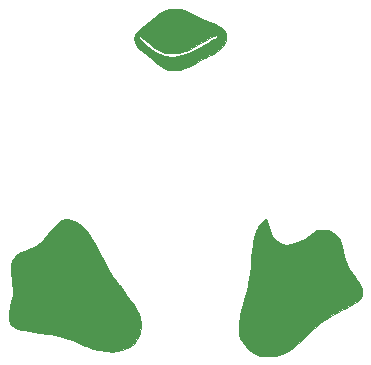
<source format=gbr>
G04 #@! TF.GenerationSoftware,KiCad,Pcbnew,(5.1.5)-3*
G04 #@! TF.CreationDate,2020-04-16T17:00:03+04:00*
G04 #@! TF.ProjectId,drawing,64726177-696e-4672-9e6b-696361645f70,rev?*
G04 #@! TF.SameCoordinates,Original*
G04 #@! TF.FileFunction,Soldermask,Top*
G04 #@! TF.FilePolarity,Negative*
%FSLAX46Y46*%
G04 Gerber Fmt 4.6, Leading zero omitted, Abs format (unit mm)*
G04 Created by KiCad (PCBNEW (5.1.5)-3) date 2020-04-16 17:00:03*
%MOMM*%
%LPD*%
G04 APERTURE LIST*
%ADD10C,0.010000*%
G04 APERTURE END LIST*
D10*
G36*
X115789032Y-93281852D02*
G01*
X115815435Y-93403328D01*
X115817425Y-93462038D01*
X115844436Y-93674051D01*
X115917033Y-93928088D01*
X116025244Y-94202282D01*
X116159098Y-94474767D01*
X116308625Y-94723676D01*
X116463853Y-94927143D01*
X116505942Y-94971948D01*
X116778419Y-95191805D01*
X117081796Y-95333573D01*
X117416516Y-95397286D01*
X117783025Y-95382976D01*
X118181766Y-95290676D01*
X118599014Y-95127008D01*
X118998417Y-94920527D01*
X119351099Y-94687285D01*
X119693440Y-94403618D01*
X119968428Y-94154414D01*
X120346500Y-94154414D01*
X120683270Y-94165170D01*
X120956102Y-94201393D01*
X121183442Y-94269015D01*
X121383734Y-94373966D01*
X121575423Y-94522179D01*
X121621875Y-94564544D01*
X121738643Y-94690989D01*
X121842666Y-94844428D01*
X121938923Y-95036231D01*
X122032397Y-95277770D01*
X122128070Y-95580414D01*
X122230413Y-95953580D01*
X122327380Y-96320132D01*
X122411962Y-96619747D01*
X122491323Y-96867867D01*
X122572626Y-97079935D01*
X122663034Y-97271392D01*
X122769712Y-97457681D01*
X122899822Y-97654243D01*
X123060528Y-97876521D01*
X123222136Y-98091414D01*
X123363746Y-98288579D01*
X123503374Y-98500902D01*
X123621886Y-98698418D01*
X123681674Y-98811080D01*
X123763333Y-98990098D01*
X123810609Y-99132422D01*
X123832574Y-99274023D01*
X123838206Y-99431795D01*
X123835242Y-99600964D01*
X123817972Y-99718042D01*
X123777979Y-99815401D01*
X123711611Y-99918629D01*
X123612359Y-100037461D01*
X123474091Y-100162548D01*
X123289403Y-100298838D01*
X123050893Y-100451279D01*
X122751156Y-100624822D01*
X122382791Y-100824415D01*
X122260768Y-100888557D01*
X121753970Y-101156419D01*
X121320235Y-101392183D01*
X120955317Y-101598267D01*
X120654966Y-101777089D01*
X120414935Y-101931066D01*
X120347740Y-101977187D01*
X120245422Y-102057521D01*
X120094045Y-102188060D01*
X119904290Y-102359014D01*
X119686842Y-102560594D01*
X119452382Y-102783011D01*
X119211594Y-103016475D01*
X119183574Y-103043990D01*
X118864237Y-103355252D01*
X118592958Y-103612613D01*
X118359924Y-103823975D01*
X118155321Y-103997238D01*
X117969336Y-104140304D01*
X117792158Y-104261073D01*
X117613971Y-104367447D01*
X117424965Y-104467328D01*
X117400915Y-104479339D01*
X117095043Y-104621820D01*
X116825125Y-104722556D01*
X116561931Y-104788722D01*
X116276232Y-104827492D01*
X115938800Y-104846037D01*
X115902740Y-104847014D01*
X115675281Y-104849399D01*
X115463847Y-104845572D01*
X115290324Y-104836326D01*
X115176597Y-104822457D01*
X115167172Y-104820312D01*
X114821159Y-104693354D01*
X114484207Y-104493844D01*
X114170242Y-104233754D01*
X113893191Y-103925060D01*
X113666979Y-103579734D01*
X113620812Y-103490731D01*
X113520774Y-103263143D01*
X113455861Y-103046873D01*
X113419865Y-102812320D01*
X113406582Y-102529882D01*
X113406108Y-102466537D01*
X113412973Y-102230330D01*
X113436029Y-101973924D01*
X113477133Y-101687482D01*
X113538138Y-101361170D01*
X113620901Y-100985153D01*
X113727277Y-100549594D01*
X113859121Y-100044658D01*
X113872047Y-99996414D01*
X113986155Y-99568968D01*
X114080104Y-99209164D01*
X114156513Y-98903097D01*
X114217997Y-98636862D01*
X114267174Y-98396554D01*
X114306661Y-98168269D01*
X114339075Y-97938102D01*
X114367033Y-97692149D01*
X114393153Y-97416505D01*
X114420051Y-97097265D01*
X114421829Y-97075414D01*
X114473135Y-96486603D01*
X114525681Y-95974656D01*
X114580913Y-95531771D01*
X114640277Y-95150143D01*
X114705218Y-94821970D01*
X114777183Y-94539451D01*
X114857617Y-94294781D01*
X114947966Y-94080158D01*
X114993915Y-93988113D01*
X115126845Y-93771972D01*
X115288029Y-93565786D01*
X115458105Y-93391511D01*
X115617710Y-93271098D01*
X115634614Y-93261646D01*
X115729718Y-93235677D01*
X115789032Y-93281852D01*
G37*
X115789032Y-93281852D02*
X115815435Y-93403328D01*
X115817425Y-93462038D01*
X115844436Y-93674051D01*
X115917033Y-93928088D01*
X116025244Y-94202282D01*
X116159098Y-94474767D01*
X116308625Y-94723676D01*
X116463853Y-94927143D01*
X116505942Y-94971948D01*
X116778419Y-95191805D01*
X117081796Y-95333573D01*
X117416516Y-95397286D01*
X117783025Y-95382976D01*
X118181766Y-95290676D01*
X118599014Y-95127008D01*
X118998417Y-94920527D01*
X119351099Y-94687285D01*
X119693440Y-94403618D01*
X119968428Y-94154414D01*
X120346500Y-94154414D01*
X120683270Y-94165170D01*
X120956102Y-94201393D01*
X121183442Y-94269015D01*
X121383734Y-94373966D01*
X121575423Y-94522179D01*
X121621875Y-94564544D01*
X121738643Y-94690989D01*
X121842666Y-94844428D01*
X121938923Y-95036231D01*
X122032397Y-95277770D01*
X122128070Y-95580414D01*
X122230413Y-95953580D01*
X122327380Y-96320132D01*
X122411962Y-96619747D01*
X122491323Y-96867867D01*
X122572626Y-97079935D01*
X122663034Y-97271392D01*
X122769712Y-97457681D01*
X122899822Y-97654243D01*
X123060528Y-97876521D01*
X123222136Y-98091414D01*
X123363746Y-98288579D01*
X123503374Y-98500902D01*
X123621886Y-98698418D01*
X123681674Y-98811080D01*
X123763333Y-98990098D01*
X123810609Y-99132422D01*
X123832574Y-99274023D01*
X123838206Y-99431795D01*
X123835242Y-99600964D01*
X123817972Y-99718042D01*
X123777979Y-99815401D01*
X123711611Y-99918629D01*
X123612359Y-100037461D01*
X123474091Y-100162548D01*
X123289403Y-100298838D01*
X123050893Y-100451279D01*
X122751156Y-100624822D01*
X122382791Y-100824415D01*
X122260768Y-100888557D01*
X121753970Y-101156419D01*
X121320235Y-101392183D01*
X120955317Y-101598267D01*
X120654966Y-101777089D01*
X120414935Y-101931066D01*
X120347740Y-101977187D01*
X120245422Y-102057521D01*
X120094045Y-102188060D01*
X119904290Y-102359014D01*
X119686842Y-102560594D01*
X119452382Y-102783011D01*
X119211594Y-103016475D01*
X119183574Y-103043990D01*
X118864237Y-103355252D01*
X118592958Y-103612613D01*
X118359924Y-103823975D01*
X118155321Y-103997238D01*
X117969336Y-104140304D01*
X117792158Y-104261073D01*
X117613971Y-104367447D01*
X117424965Y-104467328D01*
X117400915Y-104479339D01*
X117095043Y-104621820D01*
X116825125Y-104722556D01*
X116561931Y-104788722D01*
X116276232Y-104827492D01*
X115938800Y-104846037D01*
X115902740Y-104847014D01*
X115675281Y-104849399D01*
X115463847Y-104845572D01*
X115290324Y-104836326D01*
X115176597Y-104822457D01*
X115167172Y-104820312D01*
X114821159Y-104693354D01*
X114484207Y-104493844D01*
X114170242Y-104233754D01*
X113893191Y-103925060D01*
X113666979Y-103579734D01*
X113620812Y-103490731D01*
X113520774Y-103263143D01*
X113455861Y-103046873D01*
X113419865Y-102812320D01*
X113406582Y-102529882D01*
X113406108Y-102466537D01*
X113412973Y-102230330D01*
X113436029Y-101973924D01*
X113477133Y-101687482D01*
X113538138Y-101361170D01*
X113620901Y-100985153D01*
X113727277Y-100549594D01*
X113859121Y-100044658D01*
X113872047Y-99996414D01*
X113986155Y-99568968D01*
X114080104Y-99209164D01*
X114156513Y-98903097D01*
X114217997Y-98636862D01*
X114267174Y-98396554D01*
X114306661Y-98168269D01*
X114339075Y-97938102D01*
X114367033Y-97692149D01*
X114393153Y-97416505D01*
X114420051Y-97097265D01*
X114421829Y-97075414D01*
X114473135Y-96486603D01*
X114525681Y-95974656D01*
X114580913Y-95531771D01*
X114640277Y-95150143D01*
X114705218Y-94821970D01*
X114777183Y-94539451D01*
X114857617Y-94294781D01*
X114947966Y-94080158D01*
X114993915Y-93988113D01*
X115126845Y-93771972D01*
X115288029Y-93565786D01*
X115458105Y-93391511D01*
X115617710Y-93271098D01*
X115634614Y-93261646D01*
X115729718Y-93235677D01*
X115789032Y-93281852D01*
G36*
X98906885Y-93248092D02*
G01*
X99114019Y-93278708D01*
X99139946Y-93283989D01*
X99480466Y-93391493D01*
X99807144Y-93570923D01*
X100125348Y-93826104D01*
X100440446Y-94160864D01*
X100537115Y-94279845D01*
X100689387Y-94481077D01*
X100838735Y-94696159D01*
X100991103Y-94935250D01*
X101152437Y-95208510D01*
X101328681Y-95526097D01*
X101525781Y-95898171D01*
X101749682Y-96334889D01*
X101812365Y-96458979D01*
X101997122Y-96823630D01*
X102154448Y-97127367D01*
X102293856Y-97385458D01*
X102424860Y-97613170D01*
X102556973Y-97825770D01*
X102699708Y-98038524D01*
X102862579Y-98266702D01*
X103055098Y-98525569D01*
X103286780Y-98830394D01*
X103304379Y-98853414D01*
X103651373Y-99310691D01*
X103948370Y-99710451D01*
X104199918Y-100059931D01*
X104410563Y-100366369D01*
X104584852Y-100637004D01*
X104727334Y-100879073D01*
X104842555Y-101099816D01*
X104935062Y-101306469D01*
X105009404Y-101506271D01*
X105048114Y-101629026D01*
X105116221Y-101998436D01*
X105114626Y-102387796D01*
X105047883Y-102778908D01*
X104920546Y-103153576D01*
X104737170Y-103493604D01*
X104511913Y-103771272D01*
X104244277Y-103985781D01*
X103912736Y-104165075D01*
X103532149Y-104304996D01*
X103117375Y-104401387D01*
X102683274Y-104450090D01*
X102244705Y-104446946D01*
X102132191Y-104437166D01*
X101604844Y-104353668D01*
X101048686Y-104213242D01*
X100489927Y-104023319D01*
X100107853Y-103863341D01*
X99686905Y-103673724D01*
X99324262Y-103515830D01*
X99004474Y-103385257D01*
X98712092Y-103277604D01*
X98431666Y-103188470D01*
X98147746Y-103113453D01*
X97844881Y-103048152D01*
X97507622Y-102988165D01*
X97120520Y-102929092D01*
X96668123Y-102866530D01*
X96556407Y-102851610D01*
X96050562Y-102781894D01*
X95621596Y-102716474D01*
X95262000Y-102652782D01*
X94964263Y-102588248D01*
X94720877Y-102520304D01*
X94524333Y-102446381D01*
X94367121Y-102363910D01*
X94241732Y-102270323D01*
X94140656Y-102163049D01*
X94056385Y-102039522D01*
X94026288Y-101986080D01*
X93982053Y-101897759D01*
X93953927Y-101816585D01*
X93939457Y-101721848D01*
X93936190Y-101592841D01*
X93941674Y-101408857D01*
X93946063Y-101308747D01*
X93963873Y-101044734D01*
X93994933Y-100810764D01*
X94045485Y-100570340D01*
X94119323Y-100295473D01*
X94198282Y-99986168D01*
X94248531Y-99696434D01*
X94271037Y-99404732D01*
X94266768Y-99089522D01*
X94236692Y-98729266D01*
X94202251Y-98449488D01*
X94172533Y-98184945D01*
X94148282Y-97887040D01*
X94132821Y-97600927D01*
X94129172Y-97456414D01*
X94128466Y-97241040D01*
X94133765Y-97088354D01*
X94148495Y-96976416D01*
X94176078Y-96883287D01*
X94219938Y-96787028D01*
X94239583Y-96748893D01*
X94342790Y-96566589D01*
X94450421Y-96416090D01*
X94575141Y-96288034D01*
X94729613Y-96173058D01*
X94926499Y-96061800D01*
X95178464Y-95944897D01*
X95498170Y-95812985D01*
X95513907Y-95806723D01*
X95823079Y-95682448D01*
X96070865Y-95576318D01*
X96271901Y-95477314D01*
X96440823Y-95374418D01*
X96592266Y-95256613D01*
X96740868Y-95112880D01*
X96901264Y-94932202D01*
X97088090Y-94703559D01*
X97249409Y-94500241D01*
X97532262Y-94149518D01*
X97777290Y-93864708D01*
X97992594Y-93640598D01*
X98186279Y-93471976D01*
X98366447Y-93353627D01*
X98541202Y-93280338D01*
X98718647Y-93246898D01*
X98906885Y-93248092D01*
G37*
X98906885Y-93248092D02*
X99114019Y-93278708D01*
X99139946Y-93283989D01*
X99480466Y-93391493D01*
X99807144Y-93570923D01*
X100125348Y-93826104D01*
X100440446Y-94160864D01*
X100537115Y-94279845D01*
X100689387Y-94481077D01*
X100838735Y-94696159D01*
X100991103Y-94935250D01*
X101152437Y-95208510D01*
X101328681Y-95526097D01*
X101525781Y-95898171D01*
X101749682Y-96334889D01*
X101812365Y-96458979D01*
X101997122Y-96823630D01*
X102154448Y-97127367D01*
X102293856Y-97385458D01*
X102424860Y-97613170D01*
X102556973Y-97825770D01*
X102699708Y-98038524D01*
X102862579Y-98266702D01*
X103055098Y-98525569D01*
X103286780Y-98830394D01*
X103304379Y-98853414D01*
X103651373Y-99310691D01*
X103948370Y-99710451D01*
X104199918Y-100059931D01*
X104410563Y-100366369D01*
X104584852Y-100637004D01*
X104727334Y-100879073D01*
X104842555Y-101099816D01*
X104935062Y-101306469D01*
X105009404Y-101506271D01*
X105048114Y-101629026D01*
X105116221Y-101998436D01*
X105114626Y-102387796D01*
X105047883Y-102778908D01*
X104920546Y-103153576D01*
X104737170Y-103493604D01*
X104511913Y-103771272D01*
X104244277Y-103985781D01*
X103912736Y-104165075D01*
X103532149Y-104304996D01*
X103117375Y-104401387D01*
X102683274Y-104450090D01*
X102244705Y-104446946D01*
X102132191Y-104437166D01*
X101604844Y-104353668D01*
X101048686Y-104213242D01*
X100489927Y-104023319D01*
X100107853Y-103863341D01*
X99686905Y-103673724D01*
X99324262Y-103515830D01*
X99004474Y-103385257D01*
X98712092Y-103277604D01*
X98431666Y-103188470D01*
X98147746Y-103113453D01*
X97844881Y-103048152D01*
X97507622Y-102988165D01*
X97120520Y-102929092D01*
X96668123Y-102866530D01*
X96556407Y-102851610D01*
X96050562Y-102781894D01*
X95621596Y-102716474D01*
X95262000Y-102652782D01*
X94964263Y-102588248D01*
X94720877Y-102520304D01*
X94524333Y-102446381D01*
X94367121Y-102363910D01*
X94241732Y-102270323D01*
X94140656Y-102163049D01*
X94056385Y-102039522D01*
X94026288Y-101986080D01*
X93982053Y-101897759D01*
X93953927Y-101816585D01*
X93939457Y-101721848D01*
X93936190Y-101592841D01*
X93941674Y-101408857D01*
X93946063Y-101308747D01*
X93963873Y-101044734D01*
X93994933Y-100810764D01*
X94045485Y-100570340D01*
X94119323Y-100295473D01*
X94198282Y-99986168D01*
X94248531Y-99696434D01*
X94271037Y-99404732D01*
X94266768Y-99089522D01*
X94236692Y-98729266D01*
X94202251Y-98449488D01*
X94172533Y-98184945D01*
X94148282Y-97887040D01*
X94132821Y-97600927D01*
X94129172Y-97456414D01*
X94128466Y-97241040D01*
X94133765Y-97088354D01*
X94148495Y-96976416D01*
X94176078Y-96883287D01*
X94219938Y-96787028D01*
X94239583Y-96748893D01*
X94342790Y-96566589D01*
X94450421Y-96416090D01*
X94575141Y-96288034D01*
X94729613Y-96173058D01*
X94926499Y-96061800D01*
X95178464Y-95944897D01*
X95498170Y-95812985D01*
X95513907Y-95806723D01*
X95823079Y-95682448D01*
X96070865Y-95576318D01*
X96271901Y-95477314D01*
X96440823Y-95374418D01*
X96592266Y-95256613D01*
X96740868Y-95112880D01*
X96901264Y-94932202D01*
X97088090Y-94703559D01*
X97249409Y-94500241D01*
X97532262Y-94149518D01*
X97777290Y-93864708D01*
X97992594Y-93640598D01*
X98186279Y-93471976D01*
X98366447Y-93353627D01*
X98541202Y-93280338D01*
X98718647Y-93246898D01*
X98906885Y-93248092D01*
G36*
X108273390Y-75449452D02*
G01*
X108508684Y-75481343D01*
X108741887Y-75538994D01*
X108988778Y-75627642D01*
X109265135Y-75752525D01*
X109586735Y-75918883D01*
X109767456Y-76018150D01*
X110002442Y-76141083D01*
X110282763Y-76275512D01*
X110573696Y-76405387D01*
X110840515Y-76514655D01*
X110846956Y-76517130D01*
X111181906Y-76648529D01*
X111448002Y-76760353D01*
X111657144Y-76858470D01*
X111821233Y-76948747D01*
X111952168Y-77037054D01*
X112030171Y-77100577D01*
X112207855Y-77299535D01*
X112310985Y-77525395D01*
X112346594Y-77794024D01*
X112346740Y-77814725D01*
X112311249Y-78093758D01*
X112202076Y-78362202D01*
X112015176Y-78628355D01*
X111877536Y-78777018D01*
X111693576Y-78946209D01*
X111497205Y-79094245D01*
X111270067Y-79232565D01*
X110993803Y-79372608D01*
X110733550Y-79489901D01*
X110524693Y-79587857D01*
X110275663Y-79715846D01*
X110017137Y-79857545D01*
X109779794Y-79996635D01*
X109771563Y-80001676D01*
X109419803Y-80209140D01*
X109118389Y-80367393D01*
X108853496Y-80482455D01*
X108611298Y-80560347D01*
X108383173Y-80606346D01*
X108088997Y-80639030D01*
X107841213Y-80641366D01*
X107606738Y-80612200D01*
X107436074Y-80573275D01*
X107243510Y-80513514D01*
X107062112Y-80434141D01*
X106876152Y-80325539D01*
X106669902Y-80178087D01*
X106427634Y-79982166D01*
X106320544Y-79891018D01*
X106121692Y-79725330D01*
X105906869Y-79555028D01*
X105703285Y-79401241D01*
X105552240Y-79294469D01*
X105188963Y-79022460D01*
X104906237Y-78748052D01*
X104705105Y-78472644D01*
X104586608Y-78197634D01*
X104551482Y-77952840D01*
X104553728Y-77866664D01*
X104981151Y-77866664D01*
X104990527Y-77940761D01*
X105026014Y-78014050D01*
X105099365Y-78102499D01*
X105222331Y-78222073D01*
X105284976Y-78279414D01*
X105631464Y-78583748D01*
X105938813Y-78829972D01*
X106220647Y-79026193D01*
X106490585Y-79180519D01*
X106762249Y-79301059D01*
X107049260Y-79395921D01*
X107245574Y-79446497D01*
X107534276Y-79486361D01*
X107870341Y-79486790D01*
X108227102Y-79449437D01*
X108577892Y-79375953D01*
X108632936Y-79360589D01*
X108853378Y-79288357D01*
X109093635Y-79192469D01*
X109363352Y-79068189D01*
X109672175Y-78910782D01*
X110029750Y-78715514D01*
X110445722Y-78477648D01*
X110521790Y-78433305D01*
X110753408Y-78299938D01*
X110972954Y-78177125D01*
X111164981Y-78073239D01*
X111314039Y-77996647D01*
X111400207Y-77957385D01*
X111515516Y-77905717D01*
X111569928Y-77852762D01*
X111584636Y-77776500D01*
X111584740Y-77765662D01*
X111572081Y-77679007D01*
X111542861Y-77644414D01*
X111442922Y-77666135D01*
X111281127Y-77731909D01*
X111055654Y-77842646D01*
X110764683Y-77999258D01*
X110406393Y-78202658D01*
X110272407Y-78280592D01*
X109841624Y-78527568D01*
X109468961Y-78729293D01*
X109143673Y-78889768D01*
X108855012Y-79012991D01*
X108592229Y-79102963D01*
X108344579Y-79163683D01*
X108101313Y-79199150D01*
X107851684Y-79213364D01*
X107764051Y-79214068D01*
X107432685Y-79199895D01*
X107148558Y-79154121D01*
X106877679Y-79069029D01*
X106621791Y-78954765D01*
X106457260Y-78868893D01*
X106304086Y-78777322D01*
X106147573Y-78669300D01*
X105973025Y-78534076D01*
X105765746Y-78360895D01*
X105531692Y-78157206D01*
X105361395Y-78009025D01*
X105212815Y-77883077D01*
X105097695Y-77789057D01*
X105027779Y-77736660D01*
X105013109Y-77729080D01*
X104991181Y-77766121D01*
X104981211Y-77856333D01*
X104981151Y-77866664D01*
X104553728Y-77866664D01*
X104555002Y-77817817D01*
X104572519Y-77703159D01*
X104612049Y-77598540D01*
X104681603Y-77493635D01*
X104789198Y-77378116D01*
X104942847Y-77241659D01*
X105150563Y-77073938D01*
X105359966Y-76911149D01*
X105581324Y-76736240D01*
X105829363Y-76533611D01*
X106069614Y-76331716D01*
X106223374Y-76198407D01*
X106573025Y-75914825D01*
X106903734Y-75703083D01*
X107229775Y-75557143D01*
X107565420Y-75470965D01*
X107924942Y-75438510D01*
X108020226Y-75438082D01*
X108273390Y-75449452D01*
G37*
X108273390Y-75449452D02*
X108508684Y-75481343D01*
X108741887Y-75538994D01*
X108988778Y-75627642D01*
X109265135Y-75752525D01*
X109586735Y-75918883D01*
X109767456Y-76018150D01*
X110002442Y-76141083D01*
X110282763Y-76275512D01*
X110573696Y-76405387D01*
X110840515Y-76514655D01*
X110846956Y-76517130D01*
X111181906Y-76648529D01*
X111448002Y-76760353D01*
X111657144Y-76858470D01*
X111821233Y-76948747D01*
X111952168Y-77037054D01*
X112030171Y-77100577D01*
X112207855Y-77299535D01*
X112310985Y-77525395D01*
X112346594Y-77794024D01*
X112346740Y-77814725D01*
X112311249Y-78093758D01*
X112202076Y-78362202D01*
X112015176Y-78628355D01*
X111877536Y-78777018D01*
X111693576Y-78946209D01*
X111497205Y-79094245D01*
X111270067Y-79232565D01*
X110993803Y-79372608D01*
X110733550Y-79489901D01*
X110524693Y-79587857D01*
X110275663Y-79715846D01*
X110017137Y-79857545D01*
X109779794Y-79996635D01*
X109771563Y-80001676D01*
X109419803Y-80209140D01*
X109118389Y-80367393D01*
X108853496Y-80482455D01*
X108611298Y-80560347D01*
X108383173Y-80606346D01*
X108088997Y-80639030D01*
X107841213Y-80641366D01*
X107606738Y-80612200D01*
X107436074Y-80573275D01*
X107243510Y-80513514D01*
X107062112Y-80434141D01*
X106876152Y-80325539D01*
X106669902Y-80178087D01*
X106427634Y-79982166D01*
X106320544Y-79891018D01*
X106121692Y-79725330D01*
X105906869Y-79555028D01*
X105703285Y-79401241D01*
X105552240Y-79294469D01*
X105188963Y-79022460D01*
X104906237Y-78748052D01*
X104705105Y-78472644D01*
X104586608Y-78197634D01*
X104551482Y-77952840D01*
X104553728Y-77866664D01*
X104981151Y-77866664D01*
X104990527Y-77940761D01*
X105026014Y-78014050D01*
X105099365Y-78102499D01*
X105222331Y-78222073D01*
X105284976Y-78279414D01*
X105631464Y-78583748D01*
X105938813Y-78829972D01*
X106220647Y-79026193D01*
X106490585Y-79180519D01*
X106762249Y-79301059D01*
X107049260Y-79395921D01*
X107245574Y-79446497D01*
X107534276Y-79486361D01*
X107870341Y-79486790D01*
X108227102Y-79449437D01*
X108577892Y-79375953D01*
X108632936Y-79360589D01*
X108853378Y-79288357D01*
X109093635Y-79192469D01*
X109363352Y-79068189D01*
X109672175Y-78910782D01*
X110029750Y-78715514D01*
X110445722Y-78477648D01*
X110521790Y-78433305D01*
X110753408Y-78299938D01*
X110972954Y-78177125D01*
X111164981Y-78073239D01*
X111314039Y-77996647D01*
X111400207Y-77957385D01*
X111515516Y-77905717D01*
X111569928Y-77852762D01*
X111584636Y-77776500D01*
X111584740Y-77765662D01*
X111572081Y-77679007D01*
X111542861Y-77644414D01*
X111442922Y-77666135D01*
X111281127Y-77731909D01*
X111055654Y-77842646D01*
X110764683Y-77999258D01*
X110406393Y-78202658D01*
X110272407Y-78280592D01*
X109841624Y-78527568D01*
X109468961Y-78729293D01*
X109143673Y-78889768D01*
X108855012Y-79012991D01*
X108592229Y-79102963D01*
X108344579Y-79163683D01*
X108101313Y-79199150D01*
X107851684Y-79213364D01*
X107764051Y-79214068D01*
X107432685Y-79199895D01*
X107148558Y-79154121D01*
X106877679Y-79069029D01*
X106621791Y-78954765D01*
X106457260Y-78868893D01*
X106304086Y-78777322D01*
X106147573Y-78669300D01*
X105973025Y-78534076D01*
X105765746Y-78360895D01*
X105531692Y-78157206D01*
X105361395Y-78009025D01*
X105212815Y-77883077D01*
X105097695Y-77789057D01*
X105027779Y-77736660D01*
X105013109Y-77729080D01*
X104991181Y-77766121D01*
X104981211Y-77856333D01*
X104981151Y-77866664D01*
X104553728Y-77866664D01*
X104555002Y-77817817D01*
X104572519Y-77703159D01*
X104612049Y-77598540D01*
X104681603Y-77493635D01*
X104789198Y-77378116D01*
X104942847Y-77241659D01*
X105150563Y-77073938D01*
X105359966Y-76911149D01*
X105581324Y-76736240D01*
X105829363Y-76533611D01*
X106069614Y-76331716D01*
X106223374Y-76198407D01*
X106573025Y-75914825D01*
X106903734Y-75703083D01*
X107229775Y-75557143D01*
X107565420Y-75470965D01*
X107924942Y-75438510D01*
X108020226Y-75438082D01*
X108273390Y-75449452D01*
M02*

</source>
